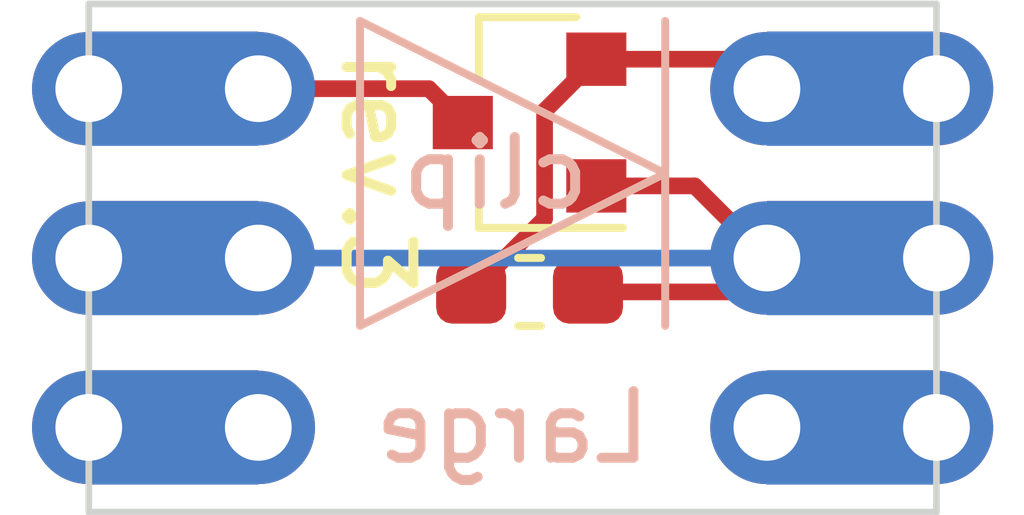
<source format=kicad_pcb>
(kicad_pcb (version 20171130) (host pcbnew 5.1.6)

  (general
    (thickness 1.6)
    (drawings 11)
    (tracks 12)
    (zones 0)
    (modules 8)
    (nets 4)
  )

  (page A4)
  (layers
    (0 F.Cu signal)
    (31 B.Cu signal)
    (32 B.Adhes user)
    (33 F.Adhes user)
    (34 B.Paste user)
    (35 F.Paste user)
    (36 B.SilkS user)
    (37 F.SilkS user)
    (38 B.Mask user)
    (39 F.Mask user)
    (40 Dwgs.User user)
    (41 Cmts.User user)
    (42 Eco1.User user)
    (43 Eco2.User user)
    (44 Edge.Cuts user)
    (45 Margin user)
    (46 B.CrtYd user)
    (47 F.CrtYd user)
    (48 B.Fab user)
    (49 F.Fab user hide)
  )

  (setup
    (last_trace_width 0.25)
    (trace_clearance 0.2)
    (zone_clearance 0.508)
    (zone_45_only no)
    (trace_min 0.2)
    (via_size 0.8)
    (via_drill 0.4)
    (via_min_size 0.4)
    (via_min_drill 0.3)
    (uvia_size 0.3)
    (uvia_drill 0.1)
    (uvias_allowed no)
    (uvia_min_size 0.2)
    (uvia_min_drill 0.1)
    (edge_width 0.05)
    (segment_width 0.2)
    (pcb_text_width 0.3)
    (pcb_text_size 1.5 1.5)
    (mod_edge_width 0.12)
    (mod_text_size 1 1)
    (mod_text_width 0.15)
    (pad_size 1.524 1.524)
    (pad_drill 0.762)
    (pad_to_mask_clearance 0.05)
    (aux_axis_origin 0 0)
    (visible_elements FFFFFF7F)
    (pcbplotparams
      (layerselection 0x010fc_ffffffff)
      (usegerberextensions false)
      (usegerberattributes true)
      (usegerberadvancedattributes true)
      (creategerberjobfile true)
      (excludeedgelayer true)
      (linewidth 0.100000)
      (plotframeref false)
      (viasonmask false)
      (mode 1)
      (useauxorigin false)
      (hpglpennumber 1)
      (hpglpenspeed 20)
      (hpglpendiameter 15.000000)
      (psnegative false)
      (psa4output false)
      (plotreference true)
      (plotvalue true)
      (plotinvisibletext false)
      (padsonsilk false)
      (subtractmaskfromsilk false)
      (outputformat 1)
      (mirror false)
      (drillshape 0)
      (scaleselection 1)
      (outputdirectory "../../../../pcbs/gates/clip/"))
  )

  (net 0 "")
  (net 1 Anode)
  (net 2 GND)
  (net 3 Cathode)

  (net_class Default "This is the default net class."
    (clearance 0.2)
    (trace_width 0.25)
    (via_dia 0.8)
    (via_drill 0.4)
    (uvia_dia 0.3)
    (uvia_drill 0.1)
    (add_net Anode)
    (add_net Cathode)
    (add_net GND)
  )

  (module Castellation:Hybrid_Castellation_1x01_P2.54 (layer F.Cu) (tedit 60A116F0) (tstamp 60A127AC)
    (at 158.75 100.33 180)
    (descr "Edge Castellation, 1x03, 2.54mm pitch, single row")
    (tags "Castellation Edge 1x03 2.54mm single row")
    (path /602136FB)
    (fp_text reference J4 (at 0 -2.54) (layer F.SilkS) hide
      (effects (font (size 1 1) (thickness 0.15)))
    )
    (fp_text value Conn_01x01 (at 0 2.032) (layer F.Fab)
      (effects (font (size 1 1) (thickness 0.15)))
    )
    (fp_line (start -2.54 1.27) (end -2.54 -1.27) (layer F.Fab) (width 0.1))
    (fp_line (start 2.54 -0.635) (end 2.54 1.27) (layer F.Fab) (width 0.1))
    (fp_line (start 1.905 -1.27) (end 2.54 -0.635) (layer F.Fab) (width 0.1))
    (fp_line (start -2.54 1.27) (end 2.54 1.27) (layer F.Fab) (width 0.12))
    (fp_line (start 1.905 -1.27) (end -2.54 -1.27) (layer F.Fab) (width 0.12))
    (pad 1 thru_hole oval (at -1.27 0 180) (size 1.7 1.7) (drill 1) (layers *.Cu *.Mask))
    (pad 1 connect custom (at 0 0 180) (size 2.54 1.7145) (layers F.Cu F.Mask)
      (zone_connect 0)
      (options (clearance outline) (anchor rect))
      (primitives
      ))
    (pad 1 thru_hole oval (at 1.27 0 180) (size 1.7 1.7) (drill 1) (layers *.Cu *.Mask))
    (pad 1 connect custom (at 0 0 180) (size 2.54 1.7145) (layers B.Cu B.Mask)
      (zone_connect 0)
      (options (clearance outline) (anchor rect))
      (primitives
      ))
  )

  (module Castellation:Hybrid_Castellation_1x01_P2.54 (layer F.Cu) (tedit 60A116F0) (tstamp 60A127AC)
    (at 148.59 100.33)
    (descr "Edge Castellation, 1x03, 2.54mm pitch, single row")
    (tags "Castellation Edge 1x03 2.54mm single row")
    (path /602136FB)
    (fp_text reference J4 (at 0 -2.54) (layer F.SilkS) hide
      (effects (font (size 1 1) (thickness 0.15)))
    )
    (fp_text value Conn_01x01 (at 0 2.032) (layer F.Fab)
      (effects (font (size 1 1) (thickness 0.15)))
    )
    (fp_line (start -2.54 1.27) (end -2.54 -1.27) (layer F.Fab) (width 0.1))
    (fp_line (start 2.54 -0.635) (end 2.54 1.27) (layer F.Fab) (width 0.1))
    (fp_line (start 1.905 -1.27) (end 2.54 -0.635) (layer F.Fab) (width 0.1))
    (fp_line (start -2.54 1.27) (end 2.54 1.27) (layer F.Fab) (width 0.12))
    (fp_line (start 1.905 -1.27) (end -2.54 -1.27) (layer F.Fab) (width 0.12))
    (pad 1 thru_hole oval (at -1.27 0) (size 1.7 1.7) (drill 1) (layers *.Cu *.Mask))
    (pad 1 connect custom (at 0 0) (size 2.54 1.7145) (layers F.Cu F.Mask)
      (zone_connect 0)
      (options (clearance outline) (anchor rect))
      (primitives
      ))
    (pad 1 thru_hole oval (at 1.27 0) (size 1.7 1.7) (drill 1) (layers *.Cu *.Mask))
    (pad 1 connect custom (at 0 0) (size 2.54 1.7145) (layers B.Cu B.Mask)
      (zone_connect 0)
      (options (clearance outline) (anchor rect))
      (primitives
      ))
  )

  (module Castellation:Hybrid_Castellation_1x01_P2.54 (layer F.Cu) (tedit 60A116F0) (tstamp 60A124CE)
    (at 148.59 95.25)
    (descr "Edge Castellation, 1x03, 2.54mm pitch, single row")
    (tags "Castellation Edge 1x03 2.54mm single row")
    (path /60210EF1)
    (fp_text reference J1 (at 0 -2.54) (layer F.SilkS) hide
      (effects (font (size 1 1) (thickness 0.15)))
    )
    (fp_text value Conn_01x01 (at 0 2.032) (layer F.Fab)
      (effects (font (size 1 1) (thickness 0.15)))
    )
    (fp_line (start -2.54 1.27) (end -2.54 -1.27) (layer F.Fab) (width 0.1))
    (fp_line (start 2.54 -0.635) (end 2.54 1.27) (layer F.Fab) (width 0.1))
    (fp_line (start 1.905 -1.27) (end 2.54 -0.635) (layer F.Fab) (width 0.1))
    (fp_line (start -2.54 1.27) (end 2.54 1.27) (layer F.Fab) (width 0.12))
    (fp_line (start 1.905 -1.27) (end -2.54 -1.27) (layer F.Fab) (width 0.12))
    (pad 1 connect custom (at 0 0) (size 2.54 1.7145) (layers B.Cu B.Mask)
      (net 1 Anode) (zone_connect 0)
      (options (clearance outline) (anchor rect))
      (primitives
      ))
    (pad 1 thru_hole oval (at 1.27 0) (size 1.7 1.7) (drill 1) (layers *.Cu *.Mask)
      (net 1 Anode))
    (pad 1 connect custom (at 0 0) (size 2.54 1.7145) (layers F.Cu F.Mask)
      (net 1 Anode) (zone_connect 0)
      (options (clearance outline) (anchor rect))
      (primitives
      ))
    (pad 1 thru_hole oval (at -1.27 0) (size 1.7 1.7) (drill 1) (layers *.Cu *.Mask)
      (net 1 Anode))
  )

  (module Castellation:Hybrid_Castellation_1x01_P2.54 (layer F.Cu) (tedit 60A116F0) (tstamp 60A1251C)
    (at 148.59 97.79)
    (descr "Edge Castellation, 1x03, 2.54mm pitch, single row")
    (tags "Castellation Edge 1x03 2.54mm single row")
    (path /602136FB)
    (fp_text reference J4 (at 0 -2.54) (layer F.SilkS) hide
      (effects (font (size 1 1) (thickness 0.15)))
    )
    (fp_text value Conn_01x01 (at 0 2.032) (layer F.Fab)
      (effects (font (size 1 1) (thickness 0.15)))
    )
    (fp_line (start -2.54 1.27) (end -2.54 -1.27) (layer F.Fab) (width 0.1))
    (fp_line (start 2.54 -0.635) (end 2.54 1.27) (layer F.Fab) (width 0.1))
    (fp_line (start 1.905 -1.27) (end 2.54 -0.635) (layer F.Fab) (width 0.1))
    (fp_line (start -2.54 1.27) (end 2.54 1.27) (layer F.Fab) (width 0.12))
    (fp_line (start 1.905 -1.27) (end -2.54 -1.27) (layer F.Fab) (width 0.12))
    (pad 1 connect custom (at 0 0) (size 2.54 1.7145) (layers B.Cu B.Mask)
      (net 2 GND) (zone_connect 0)
      (options (clearance outline) (anchor rect))
      (primitives
      ))
    (pad 1 thru_hole oval (at 1.27 0) (size 1.7 1.7) (drill 1) (layers *.Cu *.Mask)
      (net 2 GND))
    (pad 1 connect custom (at 0 0) (size 2.54 1.7145) (layers F.Cu F.Mask)
      (net 2 GND) (zone_connect 0)
      (options (clearance outline) (anchor rect))
      (primitives
      ))
    (pad 1 thru_hole oval (at -1.27 0) (size 1.7 1.7) (drill 1) (layers *.Cu *.Mask)
      (net 2 GND))
  )

  (module Castellation:Hybrid_Castellation_1x01_P2.54 (layer F.Cu) (tedit 60A116F0) (tstamp 6020DA24)
    (at 158.75 97.79)
    (descr "Edge Castellation, 1x03, 2.54mm pitch, single row")
    (tags "Castellation Edge 1x03 2.54mm single row")
    (path /602124CD)
    (fp_text reference J2 (at 0 -2.54) (layer F.SilkS) hide
      (effects (font (size 1 1) (thickness 0.15)))
    )
    (fp_text value Conn_01x01 (at 0 2.032) (layer F.Fab)
      (effects (font (size 1 1) (thickness 0.15)))
    )
    (fp_line (start -2.54 1.27) (end -2.54 -1.27) (layer F.Fab) (width 0.1))
    (fp_line (start 2.54 -0.635) (end 2.54 1.27) (layer F.Fab) (width 0.1))
    (fp_line (start 1.905 -1.27) (end 2.54 -0.635) (layer F.Fab) (width 0.1))
    (fp_line (start -2.54 1.27) (end 2.54 1.27) (layer F.Fab) (width 0.12))
    (fp_line (start 1.905 -1.27) (end -2.54 -1.27) (layer F.Fab) (width 0.12))
    (pad 1 connect custom (at 0 0) (size 2.54 1.7145) (layers B.Cu B.Mask)
      (net 2 GND) (zone_connect 0)
      (options (clearance outline) (anchor rect))
      (primitives
      ))
    (pad 1 thru_hole oval (at 1.27 0) (size 1.7 1.7) (drill 1) (layers *.Cu *.Mask)
      (net 2 GND))
    (pad 1 connect custom (at 0 0) (size 2.54 1.7145) (layers F.Cu F.Mask)
      (net 2 GND) (zone_connect 0)
      (options (clearance outline) (anchor rect))
      (primitives
      ))
    (pad 1 thru_hole oval (at -1.27 0) (size 1.7 1.7) (drill 1) (layers *.Cu *.Mask)
      (net 2 GND))
  )

  (module Castellation:Hybrid_Castellation_1x01_P2.54 (layer F.Cu) (tedit 60A116F0) (tstamp 6020DA2E)
    (at 158.75 95.25)
    (descr "Edge Castellation, 1x03, 2.54mm pitch, single row")
    (tags "Castellation Edge 1x03 2.54mm single row")
    (path /602131E2)
    (fp_text reference J3 (at 0 -2.54) (layer F.SilkS) hide
      (effects (font (size 1 1) (thickness 0.15)))
    )
    (fp_text value Conn_01x01 (at 0 2.032) (layer F.Fab)
      (effects (font (size 1 1) (thickness 0.15)))
    )
    (fp_line (start -2.54 1.27) (end -2.54 -1.27) (layer F.Fab) (width 0.1))
    (fp_line (start 2.54 -0.635) (end 2.54 1.27) (layer F.Fab) (width 0.1))
    (fp_line (start 1.905 -1.27) (end 2.54 -0.635) (layer F.Fab) (width 0.1))
    (fp_line (start -2.54 1.27) (end 2.54 1.27) (layer F.Fab) (width 0.12))
    (fp_line (start 1.905 -1.27) (end -2.54 -1.27) (layer F.Fab) (width 0.12))
    (pad 1 connect custom (at 0 0) (size 2.54 1.7145) (layers B.Cu B.Mask)
      (net 3 Cathode) (zone_connect 0)
      (options (clearance outline) (anchor rect))
      (primitives
      ))
    (pad 1 thru_hole oval (at 1.27 0) (size 1.7 1.7) (drill 1) (layers *.Cu *.Mask)
      (net 3 Cathode))
    (pad 1 connect custom (at 0 0) (size 2.54 1.7145) (layers F.Cu F.Mask)
      (net 3 Cathode) (zone_connect 0)
      (options (clearance outline) (anchor rect))
      (primitives
      ))
    (pad 1 thru_hole oval (at -1.27 0) (size 1.7 1.7) (drill 1) (layers *.Cu *.Mask)
      (net 3 Cathode))
  )

  (module Resistor_SMD:R_0603_1608Metric_Pad1.05x0.95mm_HandSolder (layer F.Cu) (tedit 5B301BBD) (tstamp 60A12580)
    (at 153.924 98.298)
    (descr "Resistor SMD 0603 (1608 Metric), square (rectangular) end terminal, IPC_7351 nominal with elongated pad for handsoldering. (Body size source: http://www.tortai-tech.com/upload/download/2011102023233369053.pdf), generated with kicad-footprint-generator")
    (tags "resistor handsolder")
    (path /6020E6D0)
    (attr smd)
    (fp_text reference R1 (at 0 -1.43) (layer F.SilkS) hide
      (effects (font (size 1 1) (thickness 0.15)))
    )
    (fp_text value 470k (at 0 1.43) (layer F.Fab)
      (effects (font (size 1 1) (thickness 0.15)))
    )
    (fp_line (start 1.65 0.73) (end -1.65 0.73) (layer F.CrtYd) (width 0.05))
    (fp_line (start 1.65 -0.73) (end 1.65 0.73) (layer F.CrtYd) (width 0.05))
    (fp_line (start -1.65 -0.73) (end 1.65 -0.73) (layer F.CrtYd) (width 0.05))
    (fp_line (start -1.65 0.73) (end -1.65 -0.73) (layer F.CrtYd) (width 0.05))
    (fp_line (start -0.171267 0.51) (end 0.171267 0.51) (layer F.SilkS) (width 0.12))
    (fp_line (start -0.171267 -0.51) (end 0.171267 -0.51) (layer F.SilkS) (width 0.12))
    (fp_line (start 0.8 0.4) (end -0.8 0.4) (layer F.Fab) (width 0.1))
    (fp_line (start 0.8 -0.4) (end 0.8 0.4) (layer F.Fab) (width 0.1))
    (fp_line (start -0.8 -0.4) (end 0.8 -0.4) (layer F.Fab) (width 0.1))
    (fp_line (start -0.8 0.4) (end -0.8 -0.4) (layer F.Fab) (width 0.1))
    (fp_text user %R (at 0 0) (layer F.Fab)
      (effects (font (size 0.4 0.4) (thickness 0.06)))
    )
    (pad 2 smd roundrect (at 0.875 0) (size 1.05 0.95) (layers F.Cu F.Paste F.Mask) (roundrect_rratio 0.25)
      (net 2 GND))
    (pad 1 smd roundrect (at -0.875 0) (size 1.05 0.95) (layers F.Cu F.Paste F.Mask) (roundrect_rratio 0.25)
      (net 3 Cathode))
    (model ${KISYS3DMOD}/Resistor_SMD.3dshapes/R_0603_1608Metric.wrl
      (at (xyz 0 0 0))
      (scale (xyz 1 1 1))
      (rotate (xyz 0 0 0))
    )
  )

  (module Package_TO_SOT_SMD:SOT-23 (layer F.Cu) (tedit 5A02FF57) (tstamp 60A12548)
    (at 153.924 95.758 180)
    (descr "SOT-23, Standard")
    (tags SOT-23)
    (path /6020D821)
    (attr smd)
    (fp_text reference Q1 (at 0 -2.5) (layer F.SilkS) hide
      (effects (font (size 1 1) (thickness 0.15)))
    )
    (fp_text value BSS84 (at 0 2.5) (layer F.Fab)
      (effects (font (size 1 1) (thickness 0.15)))
    )
    (fp_line (start 0.76 1.58) (end -0.7 1.58) (layer F.SilkS) (width 0.12))
    (fp_line (start 0.76 -1.58) (end -1.4 -1.58) (layer F.SilkS) (width 0.12))
    (fp_line (start -1.7 1.75) (end -1.7 -1.75) (layer F.CrtYd) (width 0.05))
    (fp_line (start 1.7 1.75) (end -1.7 1.75) (layer F.CrtYd) (width 0.05))
    (fp_line (start 1.7 -1.75) (end 1.7 1.75) (layer F.CrtYd) (width 0.05))
    (fp_line (start -1.7 -1.75) (end 1.7 -1.75) (layer F.CrtYd) (width 0.05))
    (fp_line (start 0.76 -1.58) (end 0.76 -0.65) (layer F.SilkS) (width 0.12))
    (fp_line (start 0.76 1.58) (end 0.76 0.65) (layer F.SilkS) (width 0.12))
    (fp_line (start -0.7 1.52) (end 0.7 1.52) (layer F.Fab) (width 0.1))
    (fp_line (start 0.7 -1.52) (end 0.7 1.52) (layer F.Fab) (width 0.1))
    (fp_line (start -0.7 -0.95) (end -0.15 -1.52) (layer F.Fab) (width 0.1))
    (fp_line (start -0.15 -1.52) (end 0.7 -1.52) (layer F.Fab) (width 0.1))
    (fp_line (start -0.7 -0.95) (end -0.7 1.5) (layer F.Fab) (width 0.1))
    (fp_text user %R (at 0 0 90) (layer F.Fab)
      (effects (font (size 0.5 0.5) (thickness 0.075)))
    )
    (pad 3 smd rect (at 1 0 180) (size 0.9 0.8) (layers F.Cu F.Paste F.Mask)
      (net 1 Anode))
    (pad 2 smd rect (at -1 0.95 180) (size 0.9 0.8) (layers F.Cu F.Paste F.Mask)
      (net 3 Cathode))
    (pad 1 smd rect (at -1 -0.95 180) (size 0.9 0.8) (layers F.Cu F.Paste F.Mask)
      (net 2 GND))
    (model ${KISYS3DMOD}/Package_TO_SOT_SMD.3dshapes/SOT-23.wrl
      (at (xyz 0 0 0))
      (scale (xyz 1 1 1))
      (rotate (xyz 0 0 0))
    )
  )

  (gr_text Large (at 153.67 100.33) (layer B.SilkS)
    (effects (font (size 1 1) (thickness 0.15)) (justify mirror))
  )
  (gr_line (start 160.02 93.98) (end 160.02 101.6) (layer Edge.Cuts) (width 0.1))
  (gr_line (start 147.32 93.98) (end 160.02 93.98) (layer Edge.Cuts) (width 0.1))
  (gr_line (start 147.32 101.6) (end 147.32 93.98) (layer Edge.Cuts) (width 0.1))
  (gr_line (start 160.02 101.6) (end 147.32 101.6) (layer Edge.Cuts) (width 0.1))
  (gr_text rev.3 (at 151.638 96.52 270) (layer F.SilkS) (tstamp 60A124E7)
    (effects (font (size 1 1) (thickness 0.15)))
  )
  (gr_text clip (at 153.416 96.52) (layer B.SilkS) (tstamp 60A124B4)
    (effects (font (size 1 1) (thickness 0.15)) (justify mirror))
  )
  (gr_line (start 155.956 94.234) (end 155.956 98.806) (layer B.SilkS) (width 0.12) (tstamp 60A125A4))
  (gr_line (start 151.384 98.806) (end 155.956 96.52) (layer B.SilkS) (width 0.12) (tstamp 60A124F3))
  (gr_line (start 155.956 96.52) (end 151.384 94.234) (layer B.SilkS) (width 0.12) (tstamp 60A125A1))
  (gr_line (start 151.384 94.234) (end 151.384 98.806) (layer B.SilkS) (width 0.12) (tstamp 60A124C0))

  (segment (start 152.416 95.25) (end 152.924 95.758) (width 0.25) (layer F.Cu) (net 1) (tstamp 60A124FF))
  (segment (start 149.86 95.25) (end 152.416 95.25) (width 0.25) (layer F.Cu) (net 1) (tstamp 60A124FC))
  (segment (start 156.398 96.708) (end 157.48 97.79) (width 0.25) (layer F.Cu) (net 2) (tstamp 60A124F9))
  (segment (start 154.924 96.708) (end 156.398 96.708) (width 0.25) (layer F.Cu) (net 2) (tstamp 60A124F6))
  (segment (start 156.972 98.298) (end 157.48 97.79) (width 0.25) (layer F.Cu) (net 2) (tstamp 60A124BD))
  (segment (start 154.799 98.298) (end 156.972 98.298) (width 0.25) (layer F.Cu) (net 2) (tstamp 60A124BA))
  (segment (start 149.86 97.79) (end 157.48 97.79) (width 0.25) (layer B.Cu) (net 2) (tstamp 60A1250E))
  (segment (start 157.038 94.808) (end 157.48 95.25) (width 0.25) (layer F.Cu) (net 3) (tstamp 60A1250B))
  (segment (start 154.924 94.808) (end 157.038 94.808) (width 0.25) (layer F.Cu) (net 3) (tstamp 60A12508))
  (segment (start 154.148999 97.198001) (end 153.049 98.298) (width 0.25) (layer F.Cu) (net 3) (tstamp 60A12505))
  (segment (start 154.148999 95.583001) (end 154.148999 97.198001) (width 0.25) (layer F.Cu) (net 3) (tstamp 60A12502))
  (segment (start 154.924 94.808) (end 154.148999 95.583001) (width 0.25) (layer F.Cu) (net 3) (tstamp 60A124B7))

)

</source>
